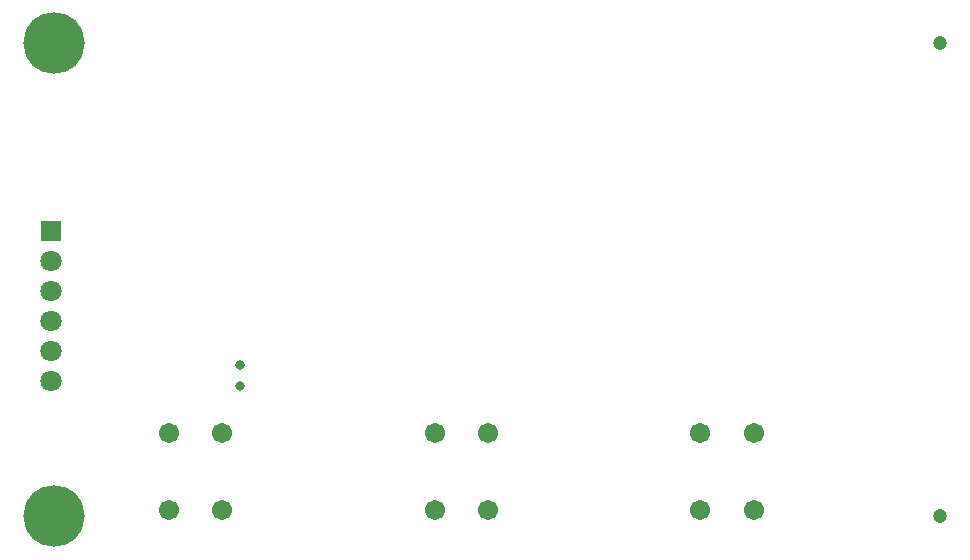
<source format=gbs>
G04*
G04 #@! TF.GenerationSoftware,Altium Limited,Altium Designer,19.0.15 (446)*
G04*
G04 Layer_Color=16711935*
%FSLAX25Y25*%
%MOIN*%
G70*
G01*
G75*
%ADD48C,0.06706*%
%ADD49C,0.07099*%
%ADD50R,0.07099X0.07099*%
%ADD51C,0.04737*%
%ADD52C,0.20485*%
%ADD53C,0.03162*%
D48*
X56102Y27559D02*
D03*
X38386D02*
D03*
X56102Y1969D02*
D03*
X38386D02*
D03*
X144685Y27559D02*
D03*
X126969D02*
D03*
X144685Y1969D02*
D03*
X126969D02*
D03*
X233268Y27559D02*
D03*
X215551D02*
D03*
X233268Y1969D02*
D03*
X215551D02*
D03*
D49*
X-984Y54961D02*
D03*
Y64961D02*
D03*
X-984Y74961D02*
D03*
X-984Y84961D02*
D03*
X-984Y44961D02*
D03*
D50*
X-984Y94961D02*
D03*
D51*
X295276Y157480D02*
D03*
Y0D02*
D03*
D52*
X0Y157480D02*
D03*
Y0D02*
D03*
D53*
X62008Y43307D02*
D03*
Y50197D02*
D03*
M02*

</source>
